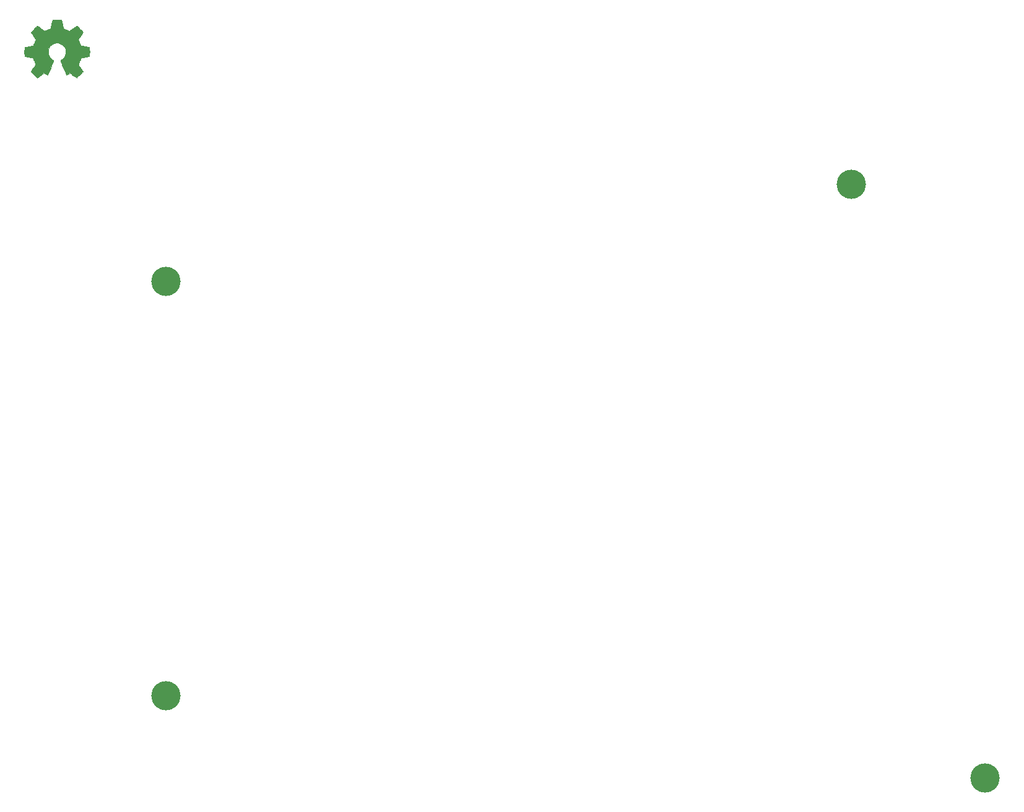
<source format=gts>
G04 #@! TF.GenerationSoftware,KiCad,Pcbnew,(5.1.5)-3*
G04 #@! TF.CreationDate,2020-05-15T01:32:17+04:00*
G04 #@! TF.ProjectId,redox_rev2_ng-BOTTOM,7265646f-785f-4726-9576-325f6e672d42,2.0 NG*
G04 #@! TF.SameCoordinates,Original*
G04 #@! TF.FileFunction,Soldermask,Top*
G04 #@! TF.FilePolarity,Negative*
%FSLAX46Y46*%
G04 Gerber Fmt 4.6, Leading zero omitted, Abs format (unit mm)*
G04 Created by KiCad (PCBNEW (5.1.5)-3) date 2020-05-15 01:32:17*
%MOMM*%
%LPD*%
G04 APERTURE LIST*
%ADD10C,0.010000*%
%ADD11C,4.000000*%
G04 APERTURE END LIST*
D10*
G36*
X88046536Y-39750427D02*
G01*
X88159118Y-40347618D01*
X88574531Y-40518865D01*
X88989945Y-40690112D01*
X89488302Y-40351233D01*
X89627869Y-40256877D01*
X89754029Y-40172630D01*
X89860896Y-40102338D01*
X89942583Y-40049847D01*
X89993202Y-40019004D01*
X90006987Y-40012353D01*
X90031821Y-40029458D01*
X90084889Y-40076744D01*
X90160241Y-40148172D01*
X90251930Y-40237700D01*
X90354008Y-40339289D01*
X90460527Y-40446898D01*
X90565537Y-40554487D01*
X90663092Y-40656015D01*
X90747243Y-40745441D01*
X90812041Y-40816726D01*
X90851538Y-40863828D01*
X90860981Y-40879592D01*
X90847392Y-40908653D01*
X90809294Y-40972321D01*
X90750694Y-41064367D01*
X90675598Y-41178564D01*
X90588009Y-41308684D01*
X90537255Y-41382901D01*
X90444746Y-41518422D01*
X90362541Y-41640716D01*
X90294631Y-41743695D01*
X90245001Y-41821273D01*
X90217641Y-41867361D01*
X90213530Y-41877047D01*
X90222850Y-41904574D01*
X90248255Y-41968728D01*
X90285912Y-42060490D01*
X90331987Y-42170839D01*
X90382647Y-42290755D01*
X90434060Y-42411219D01*
X90482390Y-42523209D01*
X90523807Y-42617707D01*
X90554475Y-42685692D01*
X90570562Y-42718143D01*
X90571512Y-42719420D01*
X90596773Y-42725617D01*
X90664046Y-42739440D01*
X90766361Y-42759532D01*
X90896742Y-42784534D01*
X91048217Y-42813086D01*
X91136594Y-42829551D01*
X91298453Y-42860369D01*
X91444650Y-42889694D01*
X91567788Y-42915921D01*
X91660470Y-42937446D01*
X91715302Y-42952665D01*
X91726324Y-42957493D01*
X91737119Y-42990174D01*
X91745830Y-43063985D01*
X91752461Y-43170292D01*
X91757019Y-43300467D01*
X91759510Y-43445876D01*
X91759939Y-43597890D01*
X91758312Y-43747877D01*
X91754636Y-43887206D01*
X91748916Y-44007245D01*
X91741158Y-44099365D01*
X91731369Y-44154932D01*
X91725497Y-44166500D01*
X91690400Y-44180365D01*
X91616029Y-44200188D01*
X91512224Y-44223639D01*
X91388820Y-44248391D01*
X91345742Y-44256398D01*
X91138048Y-44294441D01*
X90973985Y-44325079D01*
X90848131Y-44349529D01*
X90755066Y-44369009D01*
X90689368Y-44384736D01*
X90645618Y-44397928D01*
X90618393Y-44409804D01*
X90602273Y-44421580D01*
X90600018Y-44423908D01*
X90577504Y-44461400D01*
X90543159Y-44534365D01*
X90500412Y-44633867D01*
X90452693Y-44750973D01*
X90403431Y-44876748D01*
X90356056Y-45002257D01*
X90313996Y-45118565D01*
X90280681Y-45216739D01*
X90259542Y-45287843D01*
X90254006Y-45322942D01*
X90254467Y-45324172D01*
X90273224Y-45352861D01*
X90315777Y-45415985D01*
X90377654Y-45506973D01*
X90454383Y-45619255D01*
X90541492Y-45746260D01*
X90566299Y-45782353D01*
X90654753Y-45913203D01*
X90732589Y-46032591D01*
X90795567Y-46133662D01*
X90839446Y-46209559D01*
X90859986Y-46253427D01*
X90860981Y-46258817D01*
X90843723Y-46287144D01*
X90796036Y-46343261D01*
X90724051Y-46421137D01*
X90633898Y-46514740D01*
X90531706Y-46618041D01*
X90423606Y-46725006D01*
X90315729Y-46829606D01*
X90214205Y-46925809D01*
X90125163Y-47007584D01*
X90054734Y-47068900D01*
X90009048Y-47103726D01*
X89996410Y-47109412D01*
X89966992Y-47096020D01*
X89906762Y-47059899D01*
X89825530Y-47007136D01*
X89763031Y-46964667D01*
X89649786Y-46886740D01*
X89515675Y-46794984D01*
X89381156Y-46703375D01*
X89308834Y-46654346D01*
X89064039Y-46488770D01*
X88858551Y-46599875D01*
X88764937Y-46648548D01*
X88685331Y-46686381D01*
X88631468Y-46707958D01*
X88617758Y-46710961D01*
X88601271Y-46688793D01*
X88568746Y-46626149D01*
X88522609Y-46528809D01*
X88465291Y-46402549D01*
X88399217Y-46253150D01*
X88326816Y-46086388D01*
X88250517Y-45908042D01*
X88172747Y-45723891D01*
X88095935Y-45539712D01*
X88022507Y-45361285D01*
X87954893Y-45194387D01*
X87895521Y-45044797D01*
X87846817Y-44918293D01*
X87811211Y-44820654D01*
X87791131Y-44757657D01*
X87787901Y-44736021D01*
X87813497Y-44708424D01*
X87869539Y-44663625D01*
X87944312Y-44610934D01*
X87950588Y-44606765D01*
X88143846Y-44452069D01*
X88299675Y-44271591D01*
X88416725Y-44071102D01*
X88493646Y-43856374D01*
X88529087Y-43633177D01*
X88521698Y-43407281D01*
X88470128Y-43184459D01*
X88373027Y-42970479D01*
X88344459Y-42923664D01*
X88195869Y-42734618D01*
X88020328Y-42582812D01*
X87823911Y-42469034D01*
X87612694Y-42394075D01*
X87392754Y-42358722D01*
X87170164Y-42363767D01*
X86951002Y-42409999D01*
X86741343Y-42498206D01*
X86547262Y-42629179D01*
X86487227Y-42682337D01*
X86334436Y-42848739D01*
X86223098Y-43023912D01*
X86146724Y-43220266D01*
X86104188Y-43414717D01*
X86093687Y-43633342D01*
X86128701Y-43853052D01*
X86205674Y-44066420D01*
X86321048Y-44266022D01*
X86471266Y-44444429D01*
X86652774Y-44594217D01*
X86676628Y-44610006D01*
X86752202Y-44661712D01*
X86809652Y-44706512D01*
X86837118Y-44735117D01*
X86837518Y-44736021D01*
X86831621Y-44766964D01*
X86808246Y-44837191D01*
X86769822Y-44940925D01*
X86718778Y-45072390D01*
X86657543Y-45225807D01*
X86588545Y-45395401D01*
X86514214Y-45575393D01*
X86436979Y-45760008D01*
X86359269Y-45943468D01*
X86283512Y-46119996D01*
X86212138Y-46283814D01*
X86147575Y-46429147D01*
X86092253Y-46550217D01*
X86048601Y-46641247D01*
X86019047Y-46696460D01*
X86007145Y-46710961D01*
X85970778Y-46699669D01*
X85902731Y-46669385D01*
X85814737Y-46625520D01*
X85766351Y-46599875D01*
X85560864Y-46488770D01*
X85316069Y-46654346D01*
X85191107Y-46739170D01*
X85054296Y-46832516D01*
X84926089Y-46920408D01*
X84861872Y-46964667D01*
X84771552Y-47025318D01*
X84695072Y-47073381D01*
X84642408Y-47102770D01*
X84625303Y-47108982D01*
X84600406Y-47092223D01*
X84545306Y-47045436D01*
X84465344Y-46973480D01*
X84365861Y-46881212D01*
X84252201Y-46773490D01*
X84180316Y-46704326D01*
X84054552Y-46580757D01*
X83945864Y-46470234D01*
X83858646Y-46377485D01*
X83797290Y-46307237D01*
X83766192Y-46264220D01*
X83763209Y-46255490D01*
X83777054Y-46222284D01*
X83815313Y-46155142D01*
X83873742Y-46060863D01*
X83948098Y-45946245D01*
X84034136Y-45818083D01*
X84058603Y-45782353D01*
X84147755Y-45652489D01*
X84227739Y-45535569D01*
X84294081Y-45438162D01*
X84342312Y-45366839D01*
X84367958Y-45328170D01*
X84370436Y-45324172D01*
X84366730Y-45293355D01*
X84347062Y-45225599D01*
X84314861Y-45129839D01*
X84273556Y-45015009D01*
X84226576Y-44890044D01*
X84177350Y-44763879D01*
X84129309Y-44645448D01*
X84085882Y-44543685D01*
X84050497Y-44467526D01*
X84026585Y-44425904D01*
X84024885Y-44423908D01*
X84010263Y-44412013D01*
X83985566Y-44400250D01*
X83945373Y-44387401D01*
X83884264Y-44372249D01*
X83796818Y-44353576D01*
X83677613Y-44330165D01*
X83521228Y-44300797D01*
X83322244Y-44264255D01*
X83279161Y-44256398D01*
X83151471Y-44231727D01*
X83040154Y-44207593D01*
X82955046Y-44186324D01*
X82905984Y-44170248D01*
X82899406Y-44166500D01*
X82888565Y-44133273D01*
X82879754Y-44059021D01*
X82872977Y-43952376D01*
X82868241Y-43821967D01*
X82865551Y-43676427D01*
X82864914Y-43524386D01*
X82866335Y-43374476D01*
X82869821Y-43235328D01*
X82875377Y-43115572D01*
X82883009Y-43023841D01*
X82892723Y-42968766D01*
X82898579Y-42957493D01*
X82931181Y-42946123D01*
X83005419Y-42927624D01*
X83113897Y-42903602D01*
X83249218Y-42875662D01*
X83403986Y-42845408D01*
X83488308Y-42829551D01*
X83648297Y-42799644D01*
X83790968Y-42772550D01*
X83909349Y-42749631D01*
X83996466Y-42732243D01*
X84045346Y-42721747D01*
X84053391Y-42719420D01*
X84066988Y-42693186D01*
X84095730Y-42629995D01*
X84135786Y-42538877D01*
X84183325Y-42428857D01*
X84234516Y-42308965D01*
X84285527Y-42188227D01*
X84332527Y-42075671D01*
X84371685Y-41980326D01*
X84399170Y-41911217D01*
X84411150Y-41877374D01*
X84411373Y-41875895D01*
X84397792Y-41849197D01*
X84359716Y-41787760D01*
X84301148Y-41697689D01*
X84226089Y-41585090D01*
X84138541Y-41456070D01*
X84087648Y-41381961D01*
X83994910Y-41246077D01*
X83912542Y-41122709D01*
X83844562Y-41018097D01*
X83794989Y-40938483D01*
X83767843Y-40890107D01*
X83763922Y-40879262D01*
X83780776Y-40854020D01*
X83827369Y-40800124D01*
X83897749Y-40723613D01*
X83985966Y-40630523D01*
X84086066Y-40526895D01*
X84192099Y-40418764D01*
X84298112Y-40312170D01*
X84398153Y-40213150D01*
X84486271Y-40127742D01*
X84556514Y-40061985D01*
X84602929Y-40021916D01*
X84618457Y-40012353D01*
X84643740Y-40025800D01*
X84704212Y-40063575D01*
X84793993Y-40121835D01*
X84907204Y-40196734D01*
X85037964Y-40284425D01*
X85136600Y-40351233D01*
X85634958Y-40690112D01*
X86050371Y-40518865D01*
X86465785Y-40347618D01*
X86578367Y-39750427D01*
X86690950Y-39153235D01*
X87933953Y-39153235D01*
X88046536Y-39750427D01*
G37*
X88046536Y-39750427D02*
X88159118Y-40347618D01*
X88574531Y-40518865D01*
X88989945Y-40690112D01*
X89488302Y-40351233D01*
X89627869Y-40256877D01*
X89754029Y-40172630D01*
X89860896Y-40102338D01*
X89942583Y-40049847D01*
X89993202Y-40019004D01*
X90006987Y-40012353D01*
X90031821Y-40029458D01*
X90084889Y-40076744D01*
X90160241Y-40148172D01*
X90251930Y-40237700D01*
X90354008Y-40339289D01*
X90460527Y-40446898D01*
X90565537Y-40554487D01*
X90663092Y-40656015D01*
X90747243Y-40745441D01*
X90812041Y-40816726D01*
X90851538Y-40863828D01*
X90860981Y-40879592D01*
X90847392Y-40908653D01*
X90809294Y-40972321D01*
X90750694Y-41064367D01*
X90675598Y-41178564D01*
X90588009Y-41308684D01*
X90537255Y-41382901D01*
X90444746Y-41518422D01*
X90362541Y-41640716D01*
X90294631Y-41743695D01*
X90245001Y-41821273D01*
X90217641Y-41867361D01*
X90213530Y-41877047D01*
X90222850Y-41904574D01*
X90248255Y-41968728D01*
X90285912Y-42060490D01*
X90331987Y-42170839D01*
X90382647Y-42290755D01*
X90434060Y-42411219D01*
X90482390Y-42523209D01*
X90523807Y-42617707D01*
X90554475Y-42685692D01*
X90570562Y-42718143D01*
X90571512Y-42719420D01*
X90596773Y-42725617D01*
X90664046Y-42739440D01*
X90766361Y-42759532D01*
X90896742Y-42784534D01*
X91048217Y-42813086D01*
X91136594Y-42829551D01*
X91298453Y-42860369D01*
X91444650Y-42889694D01*
X91567788Y-42915921D01*
X91660470Y-42937446D01*
X91715302Y-42952665D01*
X91726324Y-42957493D01*
X91737119Y-42990174D01*
X91745830Y-43063985D01*
X91752461Y-43170292D01*
X91757019Y-43300467D01*
X91759510Y-43445876D01*
X91759939Y-43597890D01*
X91758312Y-43747877D01*
X91754636Y-43887206D01*
X91748916Y-44007245D01*
X91741158Y-44099365D01*
X91731369Y-44154932D01*
X91725497Y-44166500D01*
X91690400Y-44180365D01*
X91616029Y-44200188D01*
X91512224Y-44223639D01*
X91388820Y-44248391D01*
X91345742Y-44256398D01*
X91138048Y-44294441D01*
X90973985Y-44325079D01*
X90848131Y-44349529D01*
X90755066Y-44369009D01*
X90689368Y-44384736D01*
X90645618Y-44397928D01*
X90618393Y-44409804D01*
X90602273Y-44421580D01*
X90600018Y-44423908D01*
X90577504Y-44461400D01*
X90543159Y-44534365D01*
X90500412Y-44633867D01*
X90452693Y-44750973D01*
X90403431Y-44876748D01*
X90356056Y-45002257D01*
X90313996Y-45118565D01*
X90280681Y-45216739D01*
X90259542Y-45287843D01*
X90254006Y-45322942D01*
X90254467Y-45324172D01*
X90273224Y-45352861D01*
X90315777Y-45415985D01*
X90377654Y-45506973D01*
X90454383Y-45619255D01*
X90541492Y-45746260D01*
X90566299Y-45782353D01*
X90654753Y-45913203D01*
X90732589Y-46032591D01*
X90795567Y-46133662D01*
X90839446Y-46209559D01*
X90859986Y-46253427D01*
X90860981Y-46258817D01*
X90843723Y-46287144D01*
X90796036Y-46343261D01*
X90724051Y-46421137D01*
X90633898Y-46514740D01*
X90531706Y-46618041D01*
X90423606Y-46725006D01*
X90315729Y-46829606D01*
X90214205Y-46925809D01*
X90125163Y-47007584D01*
X90054734Y-47068900D01*
X90009048Y-47103726D01*
X89996410Y-47109412D01*
X89966992Y-47096020D01*
X89906762Y-47059899D01*
X89825530Y-47007136D01*
X89763031Y-46964667D01*
X89649786Y-46886740D01*
X89515675Y-46794984D01*
X89381156Y-46703375D01*
X89308834Y-46654346D01*
X89064039Y-46488770D01*
X88858551Y-46599875D01*
X88764937Y-46648548D01*
X88685331Y-46686381D01*
X88631468Y-46707958D01*
X88617758Y-46710961D01*
X88601271Y-46688793D01*
X88568746Y-46626149D01*
X88522609Y-46528809D01*
X88465291Y-46402549D01*
X88399217Y-46253150D01*
X88326816Y-46086388D01*
X88250517Y-45908042D01*
X88172747Y-45723891D01*
X88095935Y-45539712D01*
X88022507Y-45361285D01*
X87954893Y-45194387D01*
X87895521Y-45044797D01*
X87846817Y-44918293D01*
X87811211Y-44820654D01*
X87791131Y-44757657D01*
X87787901Y-44736021D01*
X87813497Y-44708424D01*
X87869539Y-44663625D01*
X87944312Y-44610934D01*
X87950588Y-44606765D01*
X88143846Y-44452069D01*
X88299675Y-44271591D01*
X88416725Y-44071102D01*
X88493646Y-43856374D01*
X88529087Y-43633177D01*
X88521698Y-43407281D01*
X88470128Y-43184459D01*
X88373027Y-42970479D01*
X88344459Y-42923664D01*
X88195869Y-42734618D01*
X88020328Y-42582812D01*
X87823911Y-42469034D01*
X87612694Y-42394075D01*
X87392754Y-42358722D01*
X87170164Y-42363767D01*
X86951002Y-42409999D01*
X86741343Y-42498206D01*
X86547262Y-42629179D01*
X86487227Y-42682337D01*
X86334436Y-42848739D01*
X86223098Y-43023912D01*
X86146724Y-43220266D01*
X86104188Y-43414717D01*
X86093687Y-43633342D01*
X86128701Y-43853052D01*
X86205674Y-44066420D01*
X86321048Y-44266022D01*
X86471266Y-44444429D01*
X86652774Y-44594217D01*
X86676628Y-44610006D01*
X86752202Y-44661712D01*
X86809652Y-44706512D01*
X86837118Y-44735117D01*
X86837518Y-44736021D01*
X86831621Y-44766964D01*
X86808246Y-44837191D01*
X86769822Y-44940925D01*
X86718778Y-45072390D01*
X86657543Y-45225807D01*
X86588545Y-45395401D01*
X86514214Y-45575393D01*
X86436979Y-45760008D01*
X86359269Y-45943468D01*
X86283512Y-46119996D01*
X86212138Y-46283814D01*
X86147575Y-46429147D01*
X86092253Y-46550217D01*
X86048601Y-46641247D01*
X86019047Y-46696460D01*
X86007145Y-46710961D01*
X85970778Y-46699669D01*
X85902731Y-46669385D01*
X85814737Y-46625520D01*
X85766351Y-46599875D01*
X85560864Y-46488770D01*
X85316069Y-46654346D01*
X85191107Y-46739170D01*
X85054296Y-46832516D01*
X84926089Y-46920408D01*
X84861872Y-46964667D01*
X84771552Y-47025318D01*
X84695072Y-47073381D01*
X84642408Y-47102770D01*
X84625303Y-47108982D01*
X84600406Y-47092223D01*
X84545306Y-47045436D01*
X84465344Y-46973480D01*
X84365861Y-46881212D01*
X84252201Y-46773490D01*
X84180316Y-46704326D01*
X84054552Y-46580757D01*
X83945864Y-46470234D01*
X83858646Y-46377485D01*
X83797290Y-46307237D01*
X83766192Y-46264220D01*
X83763209Y-46255490D01*
X83777054Y-46222284D01*
X83815313Y-46155142D01*
X83873742Y-46060863D01*
X83948098Y-45946245D01*
X84034136Y-45818083D01*
X84058603Y-45782353D01*
X84147755Y-45652489D01*
X84227739Y-45535569D01*
X84294081Y-45438162D01*
X84342312Y-45366839D01*
X84367958Y-45328170D01*
X84370436Y-45324172D01*
X84366730Y-45293355D01*
X84347062Y-45225599D01*
X84314861Y-45129839D01*
X84273556Y-45015009D01*
X84226576Y-44890044D01*
X84177350Y-44763879D01*
X84129309Y-44645448D01*
X84085882Y-44543685D01*
X84050497Y-44467526D01*
X84026585Y-44425904D01*
X84024885Y-44423908D01*
X84010263Y-44412013D01*
X83985566Y-44400250D01*
X83945373Y-44387401D01*
X83884264Y-44372249D01*
X83796818Y-44353576D01*
X83677613Y-44330165D01*
X83521228Y-44300797D01*
X83322244Y-44264255D01*
X83279161Y-44256398D01*
X83151471Y-44231727D01*
X83040154Y-44207593D01*
X82955046Y-44186324D01*
X82905984Y-44170248D01*
X82899406Y-44166500D01*
X82888565Y-44133273D01*
X82879754Y-44059021D01*
X82872977Y-43952376D01*
X82868241Y-43821967D01*
X82865551Y-43676427D01*
X82864914Y-43524386D01*
X82866335Y-43374476D01*
X82869821Y-43235328D01*
X82875377Y-43115572D01*
X82883009Y-43023841D01*
X82892723Y-42968766D01*
X82898579Y-42957493D01*
X82931181Y-42946123D01*
X83005419Y-42927624D01*
X83113897Y-42903602D01*
X83249218Y-42875662D01*
X83403986Y-42845408D01*
X83488308Y-42829551D01*
X83648297Y-42799644D01*
X83790968Y-42772550D01*
X83909349Y-42749631D01*
X83996466Y-42732243D01*
X84045346Y-42721747D01*
X84053391Y-42719420D01*
X84066988Y-42693186D01*
X84095730Y-42629995D01*
X84135786Y-42538877D01*
X84183325Y-42428857D01*
X84234516Y-42308965D01*
X84285527Y-42188227D01*
X84332527Y-42075671D01*
X84371685Y-41980326D01*
X84399170Y-41911217D01*
X84411150Y-41877374D01*
X84411373Y-41875895D01*
X84397792Y-41849197D01*
X84359716Y-41787760D01*
X84301148Y-41697689D01*
X84226089Y-41585090D01*
X84138541Y-41456070D01*
X84087648Y-41381961D01*
X83994910Y-41246077D01*
X83912542Y-41122709D01*
X83844562Y-41018097D01*
X83794989Y-40938483D01*
X83767843Y-40890107D01*
X83763922Y-40879262D01*
X83780776Y-40854020D01*
X83827369Y-40800124D01*
X83897749Y-40723613D01*
X83985966Y-40630523D01*
X84086066Y-40526895D01*
X84192099Y-40418764D01*
X84298112Y-40312170D01*
X84398153Y-40213150D01*
X84486271Y-40127742D01*
X84556514Y-40061985D01*
X84602929Y-40021916D01*
X84618457Y-40012353D01*
X84643740Y-40025800D01*
X84704212Y-40063575D01*
X84793993Y-40121835D01*
X84907204Y-40196734D01*
X85037964Y-40284425D01*
X85136600Y-40351233D01*
X85634958Y-40690112D01*
X86050371Y-40518865D01*
X86465785Y-40347618D01*
X86578367Y-39750427D01*
X86690950Y-39153235D01*
X87933953Y-39153235D01*
X88046536Y-39750427D01*
D11*
X195900000Y-61700000D03*
X214250000Y-143000000D03*
X102235000Y-131725000D03*
X102235000Y-75000000D03*
M02*

</source>
